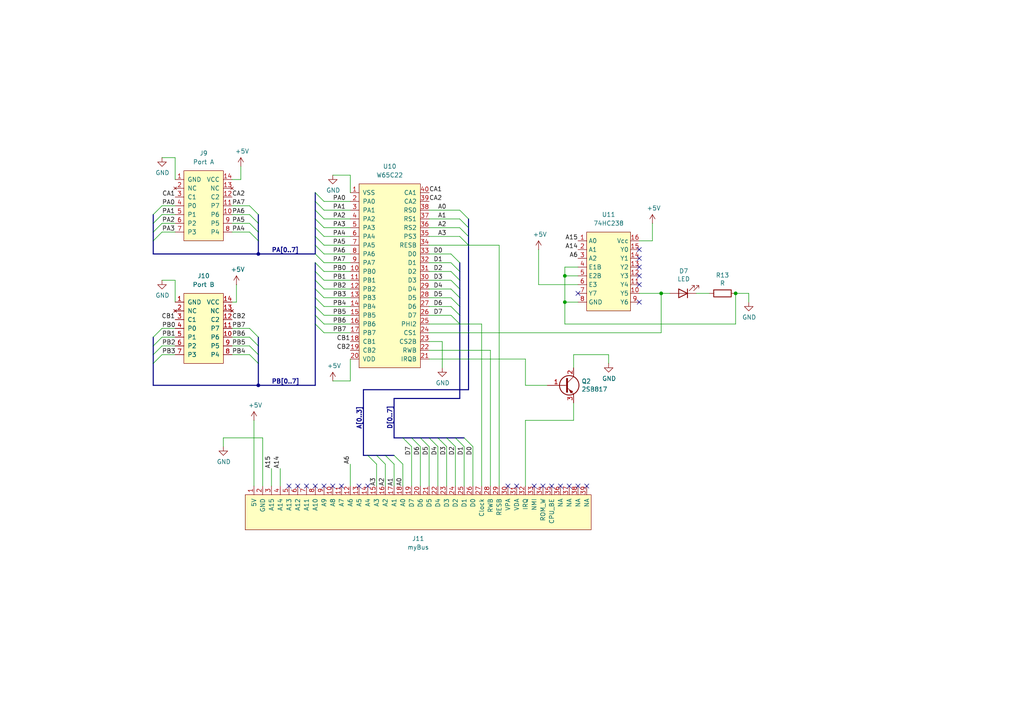
<source format=kicad_sch>
(kicad_sch (version 20231120) (generator "eeschema") (generator_version "8.0")
  (paper "A4")
  (title_block (title "VIA 2"))
  (lib_symbols
    (symbol "6502:74HC238"
      (property "Reference" "U6" (at 0 15.24 0))
      (property "Value" "74HC238" (at 0 12.7 0))
      (symbol "74HC238_1_1"
        (rectangle (start -6.35 10.16) (end 6.35 -12.7) (fill (type background)))
        (pin input line (at -8.89 7.62 0) (length 2.54) (name "A0") (number "1"))
        (pin output line (at 8.89 -7.62 180) (length 2.54) (name "Y5") (number "10"))
        (pin output line (at 8.89 -5.08 180) (length 2.54) (name "Y4") (number "11"))
        (pin output line (at 8.89 -2.54 180) (length 2.54) (name "Y3") (number "12"))
        (pin output line (at 8.89 0 180) (length 2.54) (name "Y2") (number "13"))
        (pin output line (at 8.89 2.54 180) (length 2.54) (name "Y1") (number "14"))
        (pin output line (at 8.89 5.08 180) (length 2.54) (name "Y0") (number "15"))
        (pin power_in line (at 8.89 7.62 180) (length 2.54) (name "Vcc") (number "16"))
        (pin input line (at -8.89 5.08 0) (length 2.54) (name "A1") (number "2"))
        (pin input line (at -8.89 2.54 0) (length 2.54) (name "A2") (number "3"))
        (pin input line (at -8.89 0 0) (length 2.54) (name "E1B") (number "4"))
        (pin input line (at -8.89 -2.54 0) (length 2.54) (name "E2B") (number "5"))
        (pin input line (at -8.89 -5.08 0) (length 2.54) (name "E3") (number "6"))
        (pin output line (at -8.89 -7.62 0) (length 2.54) (name "Y7") (number "7"))
        (pin power_in line (at -8.89 -10.16 0) (length 2.54) (name "GND") (number "8"))
        (pin output line (at 8.89 -10.16 180) (length 2.54) (name "Y6") (number "9"))
      )
    )
    (symbol "6502:W65C22" (pin_names (offset 1.016))
      (property "Reference" "U" (at -2.54 26.67 0))
      (property "Value" "W65C22" (at 0 -1.27 90))
      (symbol "W65C22_0_1"
        (rectangle (start -10.16 24.13) (end 7.62 -29.21) (fill (type background)))
      )
      (symbol "W65C22_1_1"
        (pin power_in line (at -12.7 21.59 0) (length 2.54) (name "VSS") (number "1"))
        (pin bidirectional line (at -12.7 -1.27 0) (length 2.54) (name "PB0") (number "10"))
        (pin bidirectional line (at -12.7 -3.81 0) (length 2.54) (name "PB1") (number "11"))
        (pin bidirectional line (at -12.7 -6.35 0) (length 2.54) (name "PB2") (number "12"))
        (pin bidirectional line (at -12.7 -8.89 0) (length 2.54) (name "PB3") (number "13"))
        (pin bidirectional line (at -12.7 -11.43 0) (length 2.54) (name "PB4") (number "14"))
        (pin bidirectional line (at -12.7 -13.97 0) (length 2.54) (name "PB5") (number "15"))
        (pin bidirectional line (at -12.7 -16.51 0) (length 2.54) (name "PB6") (number "16"))
        (pin bidirectional line (at -12.7 -19.05 0) (length 2.54) (name "PB7") (number "17"))
        (pin bidirectional line (at -12.7 -21.59 0) (length 2.54) (name "CB1") (number "18"))
        (pin bidirectional line (at -12.7 -24.13 0) (length 2.54) (name "CB2") (number "19"))
        (pin bidirectional line (at -12.7 19.05 0) (length 2.54) (name "PA0") (number "2"))
        (pin power_in line (at -12.7 -26.67 0) (length 2.54) (name "VDD") (number "20"))
        (pin output line (at 10.16 -26.67 180) (length 2.54) (name "IRQB") (number "21"))
        (pin input line (at 10.16 -24.13 180) (length 2.54) (name "RWB") (number "22"))
        (pin input line (at 10.16 -21.59 180) (length 2.54) (name "CS2B") (number "23"))
        (pin input line (at 10.16 -19.05 180) (length 2.54) (name "CS1") (number "24"))
        (pin bidirectional line (at 10.16 -16.51 180) (length 2.54) (name "PHI2") (number "25"))
        (pin bidirectional line (at 10.16 -13.97 180) (length 2.54) (name "D7") (number "26"))
        (pin bidirectional line (at 10.16 -11.43 180) (length 2.54) (name "D6") (number "27"))
        (pin bidirectional line (at 10.16 -8.89 180) (length 2.54) (name "D5") (number "28"))
        (pin bidirectional line (at 10.16 -6.35 180) (length 2.54) (name "D4") (number "29"))
        (pin bidirectional line (at -12.7 16.51 0) (length 2.54) (name "PA1") (number "3"))
        (pin bidirectional line (at 10.16 -3.81 180) (length 2.54) (name "D3") (number "30"))
        (pin bidirectional line (at 10.16 -1.27 180) (length 2.54) (name "D2") (number "31"))
        (pin bidirectional line (at 10.16 1.27 180) (length 2.54) (name "D1") (number "32"))
        (pin bidirectional line (at 10.16 3.81 180) (length 2.54) (name "D0") (number "33"))
        (pin input line (at 10.16 6.35 180) (length 2.54) (name "RESB") (number "34"))
        (pin input line (at 10.16 8.89 180) (length 2.54) (name "PS3") (number "35"))
        (pin input line (at 10.16 11.43 180) (length 2.54) (name "RS2") (number "36"))
        (pin input line (at 10.16 13.97 180) (length 2.54) (name "RS1") (number "37"))
        (pin input line (at 10.16 16.51 180) (length 2.54) (name "RS0") (number "38"))
        (pin bidirectional line (at 10.16 19.05 180) (length 2.54) (name "CA2") (number "39"))
        (pin bidirectional line (at -12.7 13.97 0) (length 2.54) (name "PA2") (number "4"))
        (pin bidirectional line (at 10.16 21.59 180) (length 2.54) (name "CA1") (number "40"))
        (pin bidirectional line (at -12.7 11.43 0) (length 2.54) (name "PA3") (number "5"))
        (pin bidirectional line (at -12.7 8.89 0) (length 2.54) (name "PA4") (number "6"))
        (pin bidirectional line (at -12.7 6.35 0) (length 2.54) (name "PA5") (number "7"))
        (pin bidirectional line (at -12.7 3.81 0) (length 2.54) (name "PA6") (number "8"))
        (pin bidirectional line (at -12.7 1.27 0) (length 2.54) (name "PA7") (number "9"))
      )
    )
    (symbol "6502:myBus" (pin_names (offset 1.016))
      (property "Reference" "J" (at 57.15 1.27 0))
      (property "Value" "myBus" (at 0 -1.27 0))
      (symbol "myBus_0_1"
        (rectangle (start -44.45 5.08) (end 55.88 -5.08) (fill (type background)))
      )
      (symbol "myBus_1_1"
        (pin power_in line (at -41.91 7.62 270) (length 2.54) (name "5V") (number "1"))
        (pin passive line (at -19.05 7.62 270) (length 2.54) (name "A8") (number "10"))
        (pin passive line (at -16.51 7.62 270) (length 2.54) (name "A7") (number "11"))
        (pin passive line (at -13.97 7.62 270) (length 2.54) (name "A6") (number "12"))
        (pin passive line (at -11.43 7.62 270) (length 2.54) (name "A5") (number "13"))
        (pin passive line (at -8.89 7.62 270) (length 2.54) (name "A4") (number "14"))
        (pin passive line (at -6.35 7.62 270) (length 2.54) (name "A3") (number "15"))
        (pin passive line (at -3.81 7.62 270) (length 2.54) (name "A2") (number "16"))
        (pin passive line (at -1.27 7.62 270) (length 2.54) (name "A1") (number "17"))
        (pin passive line (at 1.27 7.62 270) (length 2.54) (name "A0") (number "18"))
        (pin passive line (at 3.81 7.62 270) (length 2.54) (name "D7") (number "19"))
        (pin power_in line (at -39.37 7.62 270) (length 2.54) (name "GND") (number "2"))
        (pin passive line (at 6.35 7.62 270) (length 2.54) (name "D6") (number "20"))
        (pin passive line (at 8.89 7.62 270) (length 2.54) (name "D5") (number "21"))
        (pin passive line (at 11.43 7.62 270) (length 2.54) (name "D4") (number "22"))
        (pin passive line (at 13.97 7.62 270) (length 2.54) (name "D3") (number "23"))
        (pin passive line (at 16.51 7.62 270) (length 2.54) (name "D2") (number "24"))
        (pin passive line (at 19.05 7.62 270) (length 2.54) (name "D1") (number "25"))
        (pin passive line (at 21.59 7.62 270) (length 2.54) (name "D0") (number "26"))
        (pin passive line (at 24.13 7.62 270) (length 2.54) (name "Clock") (number "27"))
        (pin passive line (at 26.67 7.62 270) (length 2.54) (name "RWB") (number "28"))
        (pin passive line (at 29.21 7.62 270) (length 2.54) (name "RESB") (number "29"))
        (pin passive line (at -36.83 7.62 270) (length 2.54) (name "A15") (number "3"))
        (pin passive line (at 31.75 7.62 270) (length 2.54) (name "VPA") (number "30"))
        (pin passive line (at 34.29 7.62 270) (length 2.54) (name "VDA") (number "31"))
        (pin passive line (at 36.83 7.62 270) (length 2.54) (name "IRQ") (number "32"))
        (pin passive line (at 39.37 7.62 270) (length 2.54) (name "NMI") (number "33"))
        (pin passive line (at 41.91 7.62 270) (length 2.54) (name "ROM_W") (number "34"))
        (pin passive line (at 44.45 7.62 270) (length 2.54) (name "CPU_BE") (number "35"))
        (pin passive line (at 46.99 7.62 270) (length 2.54) (name "NA") (number "36"))
        (pin passive line (at 49.53 7.62 270) (length 2.54) (name "NA") (number "37"))
        (pin passive line (at 52.07 7.62 270) (length 2.54) (name "NA") (number "38"))
        (pin passive line (at 54.61 7.62 270) (length 2.54) (name "NA") (number "39"))
        (pin passive line (at -34.29 7.62 270) (length 2.54) (name "A14") (number "4"))
        (pin passive line (at -31.75 7.62 270) (length 2.54) (name "A13") (number "5"))
        (pin passive line (at -29.21 7.62 270) (length 2.54) (name "A12") (number "6"))
        (pin passive line (at -26.67 7.62 270) (length 2.54) (name "A11") (number "7"))
        (pin passive line (at -24.13 7.62 270) (length 2.54) (name "A10") (number "8"))
        (pin passive line (at -21.59 7.62 270) (length 2.54) (name "A9") (number "9"))
      )
    )
    (symbol "6502:port" (pin_names (offset 1.016))
      (property "Reference" "J" (at 1.27 11.43 0))
      (property "Value" "port" (at -3.81 11.43 0))
      (symbol "port_0_1"
        (rectangle (start -6.35 10.16) (end 5.08 -10.16) (fill (type background)))
      )
      (symbol "port_1_1"
        (pin power_in line (at -8.89 7.62 0) (length 2.54) (name "GND") (number "1"))
        (pin passive line (at 7.62 -2.54 180) (length 2.54) (name "P6") (number "10"))
        (pin passive line (at 7.62 0 180) (length 2.54) (name "P7") (number "11"))
        (pin passive line (at 7.62 2.54 180) (length 2.54) (name "C2") (number "12"))
        (pin no_connect line (at 7.62 5.08 180) (length 2.54) (name "NC") (number "13"))
        (pin power_in line (at 7.62 7.62 180) (length 2.54) (name "VCC") (number "14"))
        (pin no_connect line (at -8.89 5.08 0) (length 2.54) (name "NC") (number "2"))
        (pin passive line (at -8.89 2.54 0) (length 2.54) (name "C1") (number "3"))
        (pin passive line (at -8.89 0 0) (length 2.54) (name "P0") (number "4"))
        (pin passive line (at -8.89 -2.54 0) (length 2.54) (name "P1") (number "5"))
        (pin passive line (at -8.89 -5.08 0) (length 2.54) (name "P2") (number "6"))
        (pin passive line (at -8.89 -7.62 0) (length 2.54) (name "P3") (number "7"))
        (pin passive line (at 7.62 -7.62 180) (length 2.54) (name "P4") (number "8"))
        (pin passive line (at 7.62 -5.08 180) (length 2.54) (name "P5") (number "9"))
      )
    )
    (symbol "Device:LED" (pin_numbers hide) (pin_names (offset 1.016) hide)
      (property "Reference" "D" (at 0 2.54 0))
      (property "Value" "LED" (at 0 -2.54 0))
      (symbol "LED_0_1"
        (polyline (pts (xy -1.27 -1.27) (xy -1.27 1.27)) (stroke (width 0.254)))
        (polyline (pts (xy -1.27 0) (xy 1.27 0)))
        (polyline (pts (xy 1.27 -1.27) (xy 1.27 1.27) (xy -1.27 0) (xy 1.27 -1.27)) (stroke (width 0.254)))
        (polyline (pts (xy -3.048 -0.762) (xy -4.572 -2.286) (xy -3.81 -2.286) (xy -4.572 -2.286) (xy -4.572 -1.524)))
        (polyline (pts (xy -1.778 -0.762) (xy -3.302 -2.286) (xy -2.54 -2.286) (xy -3.302 -2.286) (xy -3.302 -1.524)))
      )
      (symbol "LED_1_1"
        (pin passive line (at -3.81 0 0) (length 2.54) (name "K") (number "1"))
        (pin passive line (at 3.81 0 180) (length 2.54) (name "A") (number "2"))
      )
    )
    (symbol "Device:R" (pin_numbers hide) (pin_names (offset 0))
      (property "Reference" "R" (at 2.032 0 90))
      (property "Value" "R" (at 0 0 90))
      (symbol "R_0_1"
        (rectangle (start -1.016 -2.54) (end 1.016 2.54) (stroke (width 0.254)))
      )
      (symbol "R_1_1"
        (pin passive line (at 0 3.81 270) (length 1.27) (name "~") (number "1"))
        (pin passive line (at 0 -3.81 90) (length 1.27) (name "~") (number "2"))
      )
    )
    (symbol "Transistor_BJT:2SB817" (pin_names (offset 0) hide)
      (property "Reference" "Q" (at 5.08 1.905 0))
      (property "Value" "2SB817" (at 5.08 0 0))
      (symbol "2SB817_0_1"
        (polyline (pts (xy 0 0) (xy 0.635 0)))
        (polyline (pts (xy 2.54 2.54) (xy 0.635 0.635)))
        (polyline (pts (xy 0.635 -0.635) (xy 2.54 -2.54) (xy 2.54 -2.54)))
        (polyline (pts (xy 0.635 1.905) (xy 0.635 -1.905) (xy 0.635 -1.905)) (stroke (width 0.508)))
        (polyline (pts (xy 1.778 -2.286) (xy 2.286 -1.778) (xy 1.27 -1.27) (xy 1.778 -2.286) (xy 1.778 -2.286)) (fill (type outline)))
        (circle (center 1.27 0) (radius 2.8194) (stroke (width 0.254)))
      )
      (symbol "2SB817_1_1"
        (pin input line (at -5.08 0 0) (length 5.08) (name "B") (number "1"))
        (pin passive line (at 2.54 5.08 270) (length 2.54) (name "C") (number "2"))
        (pin passive line (at 2.54 -5.08 90) (length 2.54) (name "E") (number "3"))
      )
    )
    (symbol "power:+5V" (power) (pin_numbers hide) (pin_names (offset 0) hide)
      (property "Value" "+5V" (at 0 3.556 0))
      (symbol "+5V_0_1"
        (polyline (pts (xy -0.762 1.27) (xy 0 2.54)))
        (polyline (pts (xy 0 0) (xy 0 2.54)))
        (polyline (pts (xy 0 2.54) (xy 0.762 1.27)))
      )
      (symbol "+5V_1_1"
        (pin power_in line (at 0 0 90) (length 0) (name "~") (number "1"))
      )
    )
    (symbol "power:GND" (power) (pin_numbers hide) (pin_names (offset 0) hide)
      (property "Value" "GND" (at 0 -3.81 0))
      (symbol "GND_0_1"
        (polyline (pts (xy 0 0) (xy 0 -1.27) (xy 1.27 -1.27) (xy 0 -2.54) (xy -1.27 -1.27) (xy 0 -1.27)))
      )
      (symbol "GND_1_1"
        (pin power_in line (at 0 0 270) (length 0) (name "~") (number "1"))
      )
    )
  )
  (junction (at 213.36 85.09))
  (junction (at 163.83 87.63))
  (junction (at 191.77 85.09))
  (junction (at 74.93 73.66))
  (junction (at 163.83 80.01))
  (junction (at 74.93 111.76))
  (no_connect (at 104.14 140.97))
  (no_connect (at 96.52 140.97))
  (no_connect (at 185.42 80.01))
  (no_connect (at 154.94 140.97))
  (no_connect (at 167.64 140.97))
  (no_connect (at 167.64 85.09))
  (no_connect (at 99.06 140.97))
  (no_connect (at 185.42 82.55))
  (no_connect (at 149.86 140.97))
  (no_connect (at 93.98 140.97))
  (no_connect (at 160.02 140.97))
  (no_connect (at 165.1 140.97))
  (no_connect (at 185.42 74.93))
  (no_connect (at 91.44 140.97))
  (no_connect (at 83.82 140.97))
  (no_connect (at 106.68 140.97))
  (no_connect (at 185.42 87.63))
  (no_connect (at 185.42 77.47))
  (no_connect (at 157.48 140.97))
  (no_connect (at 162.56 140.97))
  (no_connect (at 86.36 140.97))
  (no_connect (at 185.42 72.39))
  (no_connect (at 147.32 140.97))
  (no_connect (at 170.18 140.97))
  (no_connect (at 88.9 140.97))
  (bus_entry (at 44.45 102.87) (size 2.54 -2.54))
  (bus_entry (at 130.81 81.28) (size 2.54 2.54))
  (bus_entry (at 44.45 62.23) (size 2.54 -2.54))
  (bus_entry (at 114.3 132.08) (size 2.54 2.54))
  (bus_entry (at 91.44 73.66) (size 2.54 2.54))
  (bus_entry (at 72.39 100.33) (size 2.54 2.54))
  (bus_entry (at 133.35 63.5) (size 2.54 2.54))
  (bus_entry (at 130.81 73.66) (size 2.54 2.54))
  (bus_entry (at 91.44 91.44) (size 2.54 2.54))
  (bus_entry (at 109.22 132.08) (size 2.54 2.54))
  (bus_entry (at 44.45 105.41) (size 2.54 -2.54))
  (bus_entry (at 91.44 81.28) (size 2.54 2.54))
  (bus_entry (at 44.45 97.79) (size 2.54 -2.54))
  (bus_entry (at 72.39 97.79) (size 2.54 2.54))
  (bus_entry (at 121.92 127) (size 2.54 2.54))
  (bus_entry (at 91.44 68.58) (size 2.54 2.54))
  (bus_entry (at 91.44 93.98) (size 2.54 2.54))
  (bus_entry (at 130.81 88.9) (size 2.54 2.54))
  (bus_entry (at 72.39 64.77) (size 2.54 2.54))
  (bus_entry (at 91.44 58.42) (size 2.54 2.54))
  (bus_entry (at 130.81 76.2) (size 2.54 2.54))
  (bus_entry (at 44.45 64.77) (size 2.54 -2.54))
  (bus_entry (at 72.39 62.23) (size 2.54 2.54))
  (bus_entry (at 116.84 127) (size 2.54 2.54))
  (bus_entry (at 91.44 66.04) (size 2.54 2.54))
  (bus_entry (at 130.81 91.44) (size 2.54 2.54))
  (bus_entry (at 130.81 78.74) (size 2.54 2.54))
  (bus_entry (at 119.38 127) (size 2.54 2.54))
  (bus_entry (at 129.54 127) (size 2.54 2.54))
  (bus_entry (at 111.76 132.08) (size 2.54 2.54))
  (bus_entry (at 130.81 83.82) (size 2.54 2.54))
  (bus_entry (at 132.08 127) (size 2.54 2.54))
  (bus_entry (at 91.44 76.2) (size 2.54 2.54))
  (bus_entry (at 91.44 78.74) (size 2.54 2.54))
  (bus_entry (at 72.39 95.25) (size 2.54 2.54))
  (bus_entry (at 72.39 59.69) (size 2.54 2.54))
  (bus_entry (at 91.44 63.5) (size 2.54 2.54))
  (bus_entry (at 44.45 69.85) (size 2.54 -2.54))
  (bus_entry (at 106.68 132.08) (size 2.54 2.54))
  (bus_entry (at 91.44 71.12) (size 2.54 2.54))
  (bus_entry (at 72.39 102.87) (size 2.54 2.54))
  (bus_entry (at 91.44 88.9) (size 2.54 2.54))
  (bus_entry (at 91.44 83.82) (size 2.54 2.54))
  (bus_entry (at 44.45 67.31) (size 2.54 -2.54))
  (bus_entry (at 124.46 127) (size 2.54 2.54))
  (bus_entry (at 134.62 127) (size 2.54 2.54))
  (bus_entry (at 44.45 100.33) (size 2.54 -2.54))
  (bus_entry (at 72.39 67.31) (size 2.54 2.54))
  (bus_entry (at 133.35 60.96) (size 2.54 2.54))
  (bus_entry (at 127 127) (size 2.54 2.54))
  (bus_entry (at 133.35 66.04) (size 2.54 2.54))
  (bus_entry (at 91.44 55.88) (size 2.54 2.54))
  (bus_entry (at 91.44 60.96) (size 2.54 2.54))
  (bus_entry (at 130.81 86.36) (size 2.54 2.54))
  (bus_entry (at 133.35 68.58) (size 2.54 2.54))
  (bus_entry (at 91.44 86.36) (size 2.54 2.54))
  (wire (pts (xy 46.99 59.69) (xy 50.8 59.69)))
  (bus (pts (xy 135.89 66.04) (xy 135.89 68.58)))
  (bus (pts (xy 114.3 127) (xy 116.84 127)))
  (wire (pts (xy 124.46 60.96) (xy 133.35 60.96)))
  (bus (pts (xy 132.08 127) (xy 134.62 127)))
  (wire (pts (xy 163.83 87.63) (xy 167.64 87.63)))
  (wire (pts (xy 124.46 88.9) (xy 130.81 88.9)))
  (wire (pts (xy 176.53 102.87) (xy 176.53 105.41)))
  (bus (pts (xy 91.44 68.58) (xy 91.44 71.12)))
  (bus (pts (xy 91.44 78.74) (xy 91.44 81.28)))
  (wire (pts (xy 166.37 106.68) (xy 166.37 102.87)))
  (bus (pts (xy 44.45 64.77) (xy 44.45 67.31)))
  (wire (pts (xy 46.99 81.28) (xy 50.8 81.28)))
  (wire (pts (xy 132.08 129.54) (xy 132.08 140.97)))
  (wire (pts (xy 50.8 62.23) (xy 46.99 62.23)))
  (wire (pts (xy 46.99 64.77) (xy 50.8 64.77)))
  (wire (pts (xy 128.27 99.06) (xy 128.27 106.68)))
  (bus (pts (xy 133.35 91.44) (xy 133.35 93.98)))
  (bus (pts (xy 91.44 58.42) (xy 91.44 60.96)))
  (bus (pts (xy 44.45 69.85) (xy 44.45 73.66)))
  (bus (pts (xy 91.44 73.66) (xy 74.93 73.66)))
  (bus (pts (xy 44.45 100.33) (xy 44.45 102.87)))
  (bus (pts (xy 91.44 63.5) (xy 91.44 66.04)))
  (wire (pts (xy 185.42 69.85) (xy 189.23 69.85)))
  (wire (pts (xy 152.4 140.97) (xy 152.4 121.92)))
  (bus (pts (xy 91.44 93.98) (xy 91.44 111.76)))
  (wire (pts (xy 152.4 104.14) (xy 152.4 111.76)))
  (wire (pts (xy 76.2 140.97) (xy 76.2 127)))
  (bus (pts (xy 91.44 91.44) (xy 91.44 93.98)))
  (bus (pts (xy 121.92 127) (xy 124.46 127)))
  (wire (pts (xy 121.92 129.54) (xy 121.92 140.97)))
  (wire (pts (xy 67.31 52.07) (xy 69.85 52.07)))
  (wire (pts (xy 50.8 97.79) (xy 46.99 97.79)))
  (bus (pts (xy 135.89 63.5) (xy 135.89 66.04)))
  (wire (pts (xy 67.31 100.33) (xy 72.39 100.33)))
  (wire (pts (xy 124.46 78.74) (xy 130.81 78.74)))
  (bus (pts (xy 119.38 127) (xy 121.92 127)))
  (wire (pts (xy 142.24 101.6) (xy 142.24 140.97)))
  (wire (pts (xy 124.46 104.14) (xy 152.4 104.14)))
  (bus (pts (xy 133.35 81.28) (xy 133.35 83.82)))
  (wire (pts (xy 163.83 80.01) (xy 163.83 77.47)))
  (wire (pts (xy 46.99 100.33) (xy 50.8 100.33)))
  (bus (pts (xy 74.93 111.76) (xy 44.45 111.76)))
  (bus (pts (xy 133.35 86.36) (xy 133.35 88.9)))
  (wire (pts (xy 101.6 60.96) (xy 93.98 60.96)))
  (bus (pts (xy 91.44 81.28) (xy 91.44 83.82)))
  (wire (pts (xy 156.21 72.39) (xy 156.21 82.55)))
  (wire (pts (xy 191.77 85.09) (xy 194.31 85.09)))
  (wire (pts (xy 139.7 93.98) (xy 139.7 140.97)))
  (wire (pts (xy 124.46 83.82) (xy 130.81 83.82)))
  (bus (pts (xy 135.89 71.12) (xy 135.89 113.03)))
  (bus (pts (xy 74.93 73.66) (xy 44.45 73.66)))
  (wire (pts (xy 93.98 58.42) (xy 101.6 58.42)))
  (wire (pts (xy 114.3 134.62) (xy 114.3 140.97)))
  (bus (pts (xy 91.44 83.82) (xy 91.44 86.36)))
  (wire (pts (xy 111.76 134.62) (xy 111.76 140.97)))
  (wire (pts (xy 191.77 85.09) (xy 185.42 85.09)))
  (wire (pts (xy 163.83 93.98) (xy 163.83 87.63)))
  (bus (pts (xy 44.45 62.23) (xy 44.45 64.77)))
  (bus (pts (xy 91.44 88.9) (xy 91.44 91.44)))
  (bus (pts (xy 74.93 102.87) (xy 74.93 105.41)))
  (bus (pts (xy 127 127) (xy 129.54 127)))
  (bus (pts (xy 74.93 105.41) (xy 74.93 111.76)))
  (wire (pts (xy 96.52 50.8) (xy 101.6 50.8)))
  (bus (pts (xy 133.35 83.82) (xy 133.35 86.36)))
  (wire (pts (xy 67.31 64.77) (xy 72.39 64.77)))
  (bus (pts (xy 124.46 127) (xy 127 127)))
  (wire (pts (xy 144.78 71.12) (xy 144.78 140.97)))
  (wire (pts (xy 191.77 96.52) (xy 191.77 85.09)))
  (wire (pts (xy 119.38 129.54) (xy 119.38 140.97)))
  (wire (pts (xy 109.22 134.62) (xy 109.22 140.97)))
  (wire (pts (xy 137.16 129.54) (xy 137.16 140.97)))
  (wire (pts (xy 67.31 87.63) (xy 68.58 87.63)))
  (wire (pts (xy 93.98 78.74) (xy 101.6 78.74)))
  (wire (pts (xy 93.98 68.58) (xy 101.6 68.58)))
  (bus (pts (xy 91.44 111.76) (xy 74.93 111.76)))
  (bus (pts (xy 105.41 113.03) (xy 135.89 113.03)))
  (wire (pts (xy 78.74 140.97) (xy 78.74 135.89)))
  (wire (pts (xy 50.8 81.28) (xy 50.8 87.63)))
  (wire (pts (xy 101.6 96.52) (xy 93.98 96.52)))
  (wire (pts (xy 81.28 140.97) (xy 81.28 135.89)))
  (wire (pts (xy 152.4 111.76) (xy 158.75 111.76)))
  (wire (pts (xy 213.36 93.98) (xy 213.36 85.09)))
  (bus (pts (xy 133.35 93.98) (xy 133.35 115.57)))
  (wire (pts (xy 124.46 71.12) (xy 135.89 71.12)))
  (bus (pts (xy 91.44 60.96) (xy 91.44 63.5)))
  (bus (pts (xy 91.44 86.36) (xy 91.44 88.9)))
  (wire (pts (xy 130.81 76.2) (xy 124.46 76.2)))
  (bus (pts (xy 129.54 127) (xy 132.08 127)))
  (bus (pts (xy 44.45 105.41) (xy 44.45 111.76)))
  (wire (pts (xy 101.6 81.28) (xy 93.98 81.28)))
  (bus (pts (xy 44.45 67.31) (xy 44.45 69.85)))
  (wire (pts (xy 67.31 95.25) (xy 72.39 95.25)))
  (bus (pts (xy 91.44 55.88) (xy 91.44 58.42)))
  (wire (pts (xy 130.81 91.44) (xy 124.46 91.44)))
  (wire (pts (xy 101.6 110.49) (xy 101.6 104.14)))
  (wire (pts (xy 93.98 73.66) (xy 101.6 73.66)))
  (wire (pts (xy 213.36 85.09) (xy 217.17 85.09)))
  (bus (pts (xy 91.44 71.12) (xy 91.44 73.66)))
  (wire (pts (xy 124.46 99.06) (xy 128.27 99.06)))
  (wire (pts (xy 96.52 110.49) (xy 101.6 110.49)))
  (wire (pts (xy 93.98 93.98) (xy 101.6 93.98)))
  (bus (pts (xy 74.93 97.79) (xy 74.93 100.33)))
  (wire (pts (xy 163.83 80.01) (xy 167.64 80.01)))
  (bus (pts (xy 133.35 78.74) (xy 133.35 81.28)))
  (wire (pts (xy 101.6 50.8) (xy 101.6 55.88)))
  (wire (pts (xy 134.62 140.97) (xy 134.62 129.54)))
  (bus (pts (xy 111.76 132.08) (xy 114.3 132.08)))
  (bus (pts (xy 133.35 88.9) (xy 133.35 91.44)))
  (bus (pts (xy 114.3 115.57) (xy 114.3 127)))
  (bus (pts (xy 109.22 132.08) (xy 111.76 132.08)))
  (wire (pts (xy 72.39 102.87) (xy 67.31 102.87)))
  (wire (pts (xy 163.83 93.98) (xy 213.36 93.98)))
  (wire (pts (xy 133.35 93.98) (xy 139.7 93.98)))
  (wire (pts (xy 93.98 63.5) (xy 101.6 63.5)))
  (bus (pts (xy 74.93 64.77) (xy 74.93 67.31)))
  (bus (pts (xy 133.35 76.2) (xy 133.35 78.74)))
  (wire (pts (xy 163.83 87.63) (xy 163.83 80.01)))
  (bus (pts (xy 114.3 115.57) (xy 133.35 115.57)))
  (wire (pts (xy 129.54 140.97) (xy 129.54 129.54)))
  (wire (pts (xy 124.46 101.6) (xy 142.24 101.6)))
  (bus (pts (xy 91.44 76.2) (xy 91.44 78.74)))
  (bus (pts (xy 105.41 132.08) (xy 106.68 132.08)))
  (wire (pts (xy 72.39 62.23) (xy 67.31 62.23)))
  (wire (pts (xy 152.4 121.92) (xy 166.37 121.92)))
  (bus (pts (xy 91.44 66.04) (xy 91.44 68.58)))
  (wire (pts (xy 69.85 52.07) (xy 69.85 48.26)))
  (wire (pts (xy 133.35 63.5) (xy 124.46 63.5)))
  (wire (pts (xy 101.6 91.44) (xy 93.98 91.44)))
  (wire (pts (xy 72.39 67.31) (xy 67.31 67.31)))
  (wire (pts (xy 166.37 121.92) (xy 166.37 116.84)))
  (wire (pts (xy 130.81 81.28) (xy 124.46 81.28)))
  (wire (pts (xy 133.35 68.58) (xy 124.46 68.58)))
  (wire (pts (xy 101.6 66.04) (xy 93.98 66.04)))
  (wire (pts (xy 46.99 45.72) (xy 50.8 45.72)))
  (wire (pts (xy 124.46 140.97) (xy 124.46 129.54)))
  (wire (pts (xy 135.89 71.12) (xy 144.78 71.12)))
  (wire (pts (xy 93.98 83.82) (xy 101.6 83.82)))
  (bus (pts (xy 105.41 113.03) (xy 105.41 132.08)))
  (wire (pts (xy 67.31 59.69) (xy 72.39 59.69)))
  (bus (pts (xy 116.84 127) (xy 119.38 127)))
  (wire (pts (xy 167.64 82.55) (xy 156.21 82.55)))
  (wire (pts (xy 127 129.54) (xy 127 140.97)))
  (wire (pts (xy 166.37 102.87) (xy 176.53 102.87)))
  (wire (pts (xy 50.8 45.72) (xy 50.8 52.07)))
  (bus (pts (xy 74.93 100.33) (xy 74.93 102.87)))
  (wire (pts (xy 46.99 95.25) (xy 50.8 95.25)))
  (wire (pts (xy 124.46 73.66) (xy 130.81 73.66)))
  (wire (pts (xy 163.83 77.47) (xy 167.64 77.47)))
  (wire (pts (xy 73.66 121.92) (xy 73.66 140.97)))
  (wire (pts (xy 101.6 134.62) (xy 101.6 140.97)))
  (wire (pts (xy 124.46 66.04) (xy 133.35 66.04)))
  (bus (pts (xy 74.93 69.85) (xy 74.93 73.66)))
  (wire (pts (xy 76.2 127) (xy 64.77 127)))
  (wire (pts (xy 130.81 86.36) (xy 124.46 86.36)))
  (wire (pts (xy 101.6 71.12) (xy 93.98 71.12)))
  (wire (pts (xy 201.93 85.09) (xy 205.74 85.09)))
  (wire (pts (xy 72.39 97.79) (xy 67.31 97.79)))
  (wire (pts (xy 116.84 134.62) (xy 116.84 140.97)))
  (bus (pts (xy 135.89 68.58) (xy 135.89 71.12)))
  (wire (pts (xy 50.8 67.31) (xy 46.99 67.31)))
  (wire (pts (xy 46.99 102.87) (xy 50.8 102.87)))
  (bus (pts (xy 74.93 62.23) (xy 74.93 64.77)))
  (wire (pts (xy 93.98 88.9) (xy 101.6 88.9)))
  (wire (pts (xy 101.6 86.36) (xy 93.98 86.36)))
  (wire (pts (xy 189.23 64.77) (xy 189.23 69.85)))
  (wire (pts (xy 217.17 85.09) (xy 217.17 87.63)))
  (wire (pts (xy 124.46 96.52) (xy 191.77 96.52)))
  (wire (pts (xy 64.77 127) (xy 64.77 129.54)))
  (wire (pts (xy 124.46 93.98) (xy 133.35 93.98)))
  (bus (pts (xy 106.68 132.08) (xy 109.22 132.08)))
  (bus (pts (xy 44.45 102.87) (xy 44.45 105.41)))
  (wire (pts (xy 68.58 87.63) (xy 68.58 82.55)))
  (bus (pts (xy 74.93 67.31) (xy 74.93 69.85)))
  (bus (pts (xy 44.45 97.79) (xy 44.45 100.33)))
  (wire (pts (xy 101.6 76.2) (xy 93.98 76.2)))
  (label "D6" (at 125.73 88.9 0))
  (label "PA4" (at 96.52 68.58 0))
  (label "PB4" (at 96.52 88.9 0))
  (label "PB[0..7]" (at 78.74 111.76 0) (effects (font (thickness 0.254) (bold yes))))
  (label "D4" (at 127 132.08 90))
  (label "A3" (at 127 68.58 0))
  (label "PB3" (at 46.99 102.87 0))
  (label "A0" (at 127 60.96 0))
  (label "A15" (at 167.64 69.85 180))
  (label "PB0" (at 96.52 78.74 0))
  (label "CA2" (at 67.31 57.15 0))
  (label "A14" (at 81.28 135.89 90))
  (label "A3" (at 109.22 140.97 90))
  (label "A6" (at 167.64 74.93 180))
  (label "CB2" (at 101.6 101.6 180))
  (label "D4" (at 125.73 83.82 0))
  (label "PB6" (at 96.52 93.98 0))
  (label "A6" (at 101.6 134.62 90))
  (label "PA5" (at 67.31 64.77 0))
  (label "PB6" (at 67.31 97.79 0))
  (label "PA7" (at 67.31 59.69 0))
  (label "PB3" (at 96.52 86.36 0))
  (label "A2" (at 127 66.04 0))
  (label "CB2" (at 67.31 92.71 0))
  (label "PB1" (at 46.99 97.79 0))
  (label "PA6" (at 96.52 73.66 0))
  (label "D6" (at 121.92 132.08 90))
  (label "CB1" (at 50.8 92.71 180))
  (label "D2" (at 125.73 78.74 0))
  (label "D7" (at 119.38 132.08 90))
  (label "A14" (at 167.64 72.39 180))
  (label "PA5" (at 96.52 71.12 0))
  (label "D3" (at 125.73 81.28 0))
  (label "D0" (at 125.73 73.66 0))
  (label "PA7" (at 96.52 76.2 0))
  (label "D[0..7]" (at 114.3 124.46 90) (effects (font (bold yes))))
  (label "D5" (at 124.46 132.08 90))
  (label "A1" (at 127 63.5 0))
  (label "PB5" (at 96.52 91.44 0))
  (label "CA1" (at 124.46 55.88 0))
  (label "A1" (at 114.3 140.97 90))
  (label "PB1" (at 96.52 81.28 0))
  (label "D0" (at 137.16 132.08 90))
  (label "PB2" (at 96.52 83.82 0))
  (label "PB7" (at 96.52 96.52 0))
  (label "PA2" (at 96.52 63.5 0))
  (label "PA3" (at 46.99 67.31 0))
  (label "PA0" (at 96.52 58.42 0))
  (label "D3" (at 129.54 132.08 90))
  (label "A15" (at 78.74 135.89 90))
  (label "PA6" (at 67.31 62.23 0))
  (label "CA2" (at 124.46 58.42 0))
  (label "D7" (at 125.73 91.44 0))
  (label "D1" (at 134.62 132.08 90))
  (label "PA4" (at 67.31 67.31 0))
  (label "PB0" (at 46.99 95.25 0))
  (label "PA1" (at 96.52 60.96 0))
  (label "PB5" (at 67.31 100.33 0))
  (label "A0" (at 116.84 140.97 90))
  (label "PA1" (at 46.99 62.23 0))
  (label "D1" (at 125.73 76.2 0))
  (label "D2" (at 132.08 132.08 90))
  (label "PB4" (at 67.31 102.87 0))
  (label "D5" (at 125.73 86.36 0))
  (label "A2" (at 111.76 140.97 90))
  (label "PA0" (at 46.99 59.69 0))
  (label "A[0..3]" (at 105.41 124.46 90) (effects (font (bold yes))))
  (label "PA[0..7]" (at 78.74 73.66 0) (effects (font (bold yes))))
  (label "CA1" (at 50.8 57.15 180))
  (label "CB1" (at 101.6 99.06 180))
  (label "PA3" (at 96.52 66.04 0))
  (label "PB7" (at 67.31 95.25 0))
  (label "PB2" (at 46.99 100.33 0))
  (label "PA2" (at 46.99 64.77 0))
  (symbol (lib_id "power:+5V") (at 69.85 48.26 0) (unit 1)
    (property "Reference" "#PWR051" (effects (hide yes)))
    (property "Value" "+5V" (at 70.231 43.8658 0))
    (property "Description" "Power symbol creates a global label with name \"+5V\"" (effects (hide yes)))
  )
  (symbol (lib_id "power:+5V") (at 96.52 110.49 0) (unit 1)
    (property "Reference" "#PWR054" (effects (hide yes)))
    (property "Value" "+5V" (at 96.901 106.0958 0))
    (property "Description" "Power symbol creates a global label with name \"+5V\"" (effects (hide yes)))
  )
  (symbol (lib_id "power:GND") (at 64.77 129.54 0) (unit 1)
    (property "Reference" "#PWR049" (effects (hide yes)))
    (property "Value" "GND" (at 64.897 133.9342 0))
    (property "Description" "Power symbol creates a global label with name \"GND\" , ground" (effects (hide yes)))
  )
  (symbol (lib_id "6502:74HC238") (at 176.53 77.47 0) (unit 1)
    (property "Reference" "U11" (at 176.53 62.23 0))
    (property "Value" "74HC238" (at 176.53 64.77 0))
  )
  (symbol (lib_id "Device:R") (at 209.55 85.09 270) (unit 1)
    (property "Reference" "R13" (at 209.55 79.8322 90))
    (property "Value" "R" (at 209.55 82.1436 90))
    (property "Footprint" "Resistor_THT:R_Axial_DIN0207_L6.3mm_D2.5mm_P15.24mm_Horizontal" (effects (hide yes)))
    (property "Description" "Resistor" (effects (hide yes)))
  )
  (symbol (lib_id "power:GND") (at 128.27 106.68 0) (unit 1)
    (property "Reference" "#PWR055" (effects (hide yes)))
    (property "Value" "GND" (at 128.397 111.0742 0))
    (property "Description" "Power symbol creates a global label with name \"GND\" , ground" (effects (hide yes)))
  )
  (symbol (lib_id "power:GND") (at 46.99 45.72 0) (unit 1)
    (property "Reference" "#PWR047" (effects (hide yes)))
    (property "Value" "GND" (at 47.117 50.1142 0))
    (property "Description" "Power symbol creates a global label with name \"GND\" , ground" (effects (hide yes)))
  )
  (symbol (lib_id "Transistor_BJT:2SB817") (at 163.83 111.76 0) (unit 1)
    (property "Reference" "Q2" (at 168.656 110.5916 0) (effects (justify left)))
    (property "Value" "2SB817" (at 168.656 112.903 0) (effects (justify left)))
    (property "Footprint" "Package_TO_SOT_THT:TO-3PB-3_Vertical" (effects (hide yes)))
    (property "Datasheet" "http://skory.gylcomp.hu/alkatresz/2SB817.pdf" (effects (hide yes)))
    (property "Description" "-12A Ic, -140V Vce, Silicon Power PNP Transistors, TO-3PB" (effects (hide yes)))
  )
  (symbol (lib_id "6502:myBus") (at 115.57 148.59 0) (unit 1)
    (property "Reference" "J11" (at 121.285 156.21 0))
    (property "Value" "myBus" (at 121.285 158.75 0))
  )
  (symbol (lib_id "power:GND") (at 96.52 50.8 0) (unit 1)
    (property "Reference" "#PWR053" (effects (hide yes)))
    (property "Value" "GND" (at 96.647 55.1942 0))
    (property "Description" "Power symbol creates a global label with name \"GND\" , ground" (effects (hide yes)))
  )
  (symbol (lib_id "Device:LED") (at 198.12 85.09 180) (unit 1)
    (property "Reference" "D7" (at 198.2978 78.613 0))
    (property "Value" "LED" (at 198.2978 80.9244 0))
    (property "Footprint" "LED_THT:LED_D5.0mm" (effects (hide yes)))
    (property "Description" "Light emitting diode" (effects (hide yes)))
  )
  (symbol (lib_id "power:GND") (at 176.53 105.41 0) (unit 1)
    (property "Reference" "#PWR057" (effects (hide yes)))
    (property "Value" "GND" (at 176.657 109.8042 0))
    (property "Description" "Power symbol creates a global label with name \"GND\" , ground" (effects (hide yes)))
  )
  (symbol (lib_id "power:+5V") (at 73.66 121.92 0) (unit 1)
    (property "Reference" "#PWR052" (effects (hide yes)))
    (property "Value" "+5V" (at 74.041 117.5258 0))
    (property "Description" "Power symbol creates a global label with name \"+5V\"" (effects (hide yes)))
  )
  (symbol (lib_id "power:+5V") (at 68.58 82.55 0) (unit 1)
    (property "Reference" "#PWR050" (effects (hide yes)))
    (property "Value" "+5V" (at 68.961 78.1558 0))
    (property "Description" "Power symbol creates a global label with name \"+5V\"" (effects (hide yes)))
  )
  (symbol (lib_id "6502:port") (at 59.69 95.25 0) (unit 1)
    (property "Reference" "J10" (at 59.055 80.01 0))
    (property "Value" "Port B" (at 59.055 82.55 0))
  )
  (symbol (lib_id "power:GND") (at 217.17 87.63 0) (unit 1)
    (property "Reference" "#PWR059" (effects (hide yes)))
    (property "Value" "GND" (at 217.297 92.0242 0))
    (property "Description" "Power symbol creates a global label with name \"GND\" , ground" (effects (hide yes)))
  )
  (symbol (lib_id "power:+5V") (at 189.23 64.77 0) (unit 1)
    (property "Reference" "#PWR058" (effects (hide yes)))
    (property "Value" "+5V" (at 189.611 60.3758 0))
    (property "Description" "Power symbol creates a global label with name \"+5V\"" (effects (hide yes)))
  )
  (symbol (lib_id "6502:port") (at 59.69 59.69 0) (unit 1)
    (property "Reference" "J9" (at 59.055 44.45 0))
    (property "Value" "Port A" (at 59.055 46.99 0))
  )
  (symbol (lib_id "power:+5V") (at 156.21 72.39 0) (unit 1)
    (property "Reference" "#PWR056" (effects (hide yes)))
    (property "Value" "+5V" (at 156.591 67.9958 0))
    (property "Description" "Power symbol creates a global label with name \"+5V\"" (effects (hide yes)))
  )
  (symbol (lib_id "power:GND") (at 46.99 81.28 0) (unit 1)
    (property "Reference" "#PWR048" (effects (hide yes)))
    (property "Value" "GND" (at 47.117 85.6742 0))
    (property "Description" "Power symbol creates a global label with name \"GND\" , ground" (effects (hide yes)))
  )
  (symbol (lib_id "6502:W65C22") (at 114.3 77.47 0) (unit 1)
    (property "Reference" "U10" (at 113.03 48.26 0))
    (property "Value" "W65C22" (at 113.03 50.8 0))
  )
)
</source>
